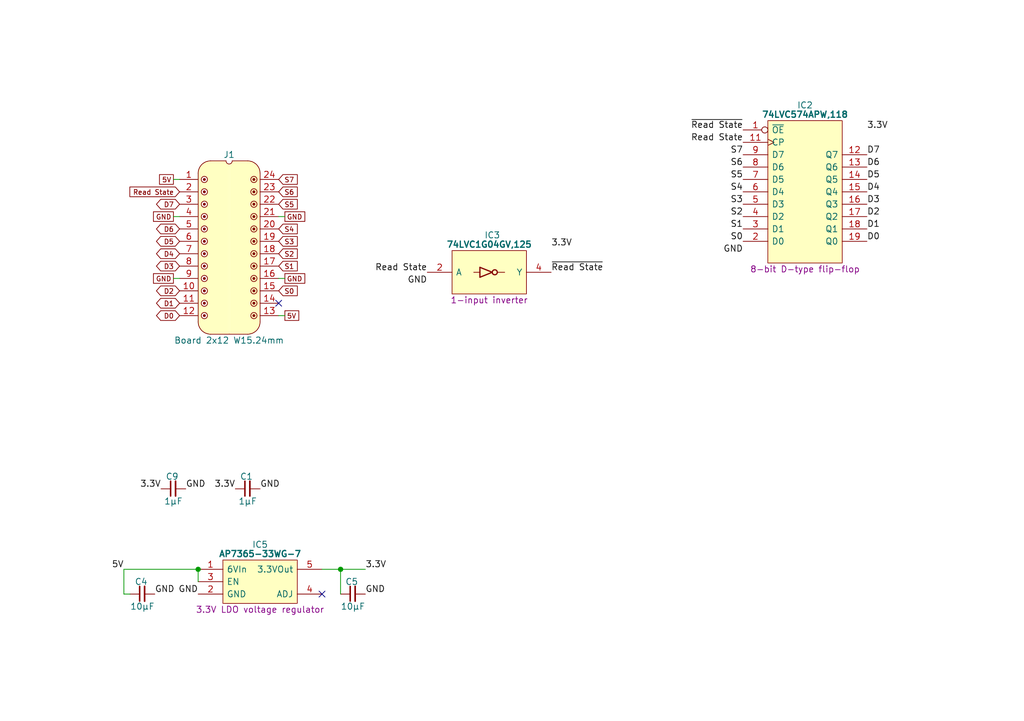
<source format=kicad_sch>
(kicad_sch
	(version 20250114)
	(generator "eeschema")
	(generator_version "9.0")
	(uuid "337b5f72-8be1-4121-9dc6-479b565482b2")
	(paper "A5")
	(title_block
		(title "State Reader 8bit")
		(date "2026-01-29")
		(rev "V0")
	)
	(lib_symbols
		(symbol "Diodes_Inc:AP7365-33WG-7"
			(pin_names
				(offset 0.762)
			)
			(exclude_from_sim no)
			(in_bom yes)
			(on_board yes)
			(property "Reference" "IC"
				(at 12.7 5.08 0)
				(effects
					(font
						(size 1.27 1.27)
					)
				)
			)
			(property "Value" "AP7365-33WG-7"
				(at 12.7 3.175 0)
				(effects
					(font
						(size 1.27 1.27)
						(bold yes)
					)
				)
			)
			(property "Footprint" "SamacSys_Parts:SOT95P285X130-5N"
				(at 21.59 -14.605 0)
				(effects
					(font
						(size 1.27 1.27)
					)
					(justify left)
					(hide yes)
				)
			)
			(property "Datasheet" "https://componentsearchengine.com/Datasheets/1/AP7365-33WG-7.pdf"
				(at 21.59 -17.145 0)
				(effects
					(font
						(size 1.27 1.27)
					)
					(justify left)
					(hide yes)
				)
			)
			(property "Description" "3.3V LDO voltage regulator"
				(at 12.7 -8.255 0)
				(effects
					(font
						(size 1.27 1.27)
					)
				)
			)
			(property "Height" "1.3"
				(at 21.59 -19.685 0)
				(effects
					(font
						(size 1.27 1.27)
					)
					(justify left)
					(hide yes)
				)
			)
			(property "Manufacturer_Name" "Diodes Inc."
				(at 21.59 -22.225 0)
				(effects
					(font
						(size 1.27 1.27)
					)
					(justify left)
					(hide yes)
				)
			)
			(property "Manufacturer_Part_Number" "AP7365-33WG-7"
				(at 21.59 -24.765 0)
				(effects
					(font
						(size 1.27 1.27)
					)
					(justify left)
					(hide yes)
				)
			)
			(property "Mouser Part Number" "621-AP7365-33WG-7"
				(at 21.59 -27.305 0)
				(effects
					(font
						(size 1.27 1.27)
					)
					(justify left)
					(hide yes)
				)
			)
			(property "Mouser Price/Stock" "https://www.mouser.co.uk/ProductDetail/Diodes-Incorporated/AP7365-33WG-7?qs=abZ1nkZpTuOZFvxvoFPL0w%3D%3D"
				(at 21.59 -29.845 0)
				(effects
					(font
						(size 1.27 1.27)
					)
					(justify left)
					(hide yes)
				)
			)
			(property "Arrow Part Number" "AP7365-33WG-7"
				(at 21.59 -32.385 0)
				(effects
					(font
						(size 1.27 1.27)
					)
					(justify left)
					(hide yes)
				)
			)
			(property "Arrow Price/Stock" "https://www.arrow.com/en/products/ap7365-33wg-7/diodes-incorporated?region=nac"
				(at 21.59 -34.925 0)
				(effects
					(font
						(size 1.27 1.27)
					)
					(justify left)
					(hide yes)
				)
			)
			(property "Silkscreen" "AP7365"
				(at 21.59 -12.065 0)
				(effects
					(font
						(size 1.27 1.27)
					)
					(justify left)
					(hide yes)
				)
			)
			(symbol "AP7365-33WG-7_0_0"
				(pin input line
					(at 0 -2.54 0)
					(length 5.08)
					(name "EN"
						(effects
							(font
								(size 1.27 1.27)
							)
						)
					)
					(number "3"
						(effects
							(font
								(size 1.27 1.27)
							)
						)
					)
				)
				(pin passive line
					(at 0 -5.08 0)
					(length 5.08)
					(name "GND"
						(effects
							(font
								(size 1.27 1.27)
							)
						)
					)
					(number "2"
						(effects
							(font
								(size 1.27 1.27)
							)
						)
					)
				)
				(pin passive line
					(at 25.4 -5.08 180)
					(length 5.08)
					(name "ADJ"
						(effects
							(font
								(size 1.27 1.27)
							)
						)
					)
					(number "4"
						(effects
							(font
								(size 1.27 1.27)
							)
						)
					)
				)
			)
			(symbol "AP7365-33WG-7_0_1"
				(polyline
					(pts
						(xy 5.08 1.905) (xy 20.32 1.905) (xy 20.32 -6.985) (xy 5.08 -6.985) (xy 5.08 1.905)
					)
					(stroke
						(width 0)
						(type default)
					)
					(fill
						(type background)
					)
				)
			)
			(symbol "AP7365-33WG-7_1_0"
				(pin passive line
					(at 0 0 0)
					(length 5.08)
					(name "6VIn"
						(effects
							(font
								(size 1.27 1.27)
							)
						)
					)
					(number "1"
						(effects
							(font
								(size 1.27 1.27)
							)
						)
					)
				)
				(pin passive line
					(at 25.4 0 180)
					(length 5.08)
					(name "3.3VOut"
						(effects
							(font
								(size 1.27 1.27)
							)
						)
					)
					(number "5"
						(effects
							(font
								(size 1.27 1.27)
							)
						)
					)
				)
			)
			(embedded_fonts no)
		)
		(symbol "HCP65:Board_02x12_W15.24mm"
			(pin_names
				(offset 1.016)
				(hide yes)
			)
			(exclude_from_sim no)
			(in_bom yes)
			(on_board yes)
			(property "Reference" "J"
				(at 0 5.08 0)
				(effects
					(font
						(size 1.27 1.27)
					)
				)
			)
			(property "Value" "Board 2x12 W15.24mm"
				(at 0 -33.02 0)
				(effects
					(font
						(size 1.27 1.27)
					)
				)
			)
			(property "Footprint" "SamacSys_Parts:DIP-24_Board_W15.24mm"
				(at 0 -35.56 0)
				(effects
					(font
						(size 1.27 1.27)
					)
					(hide yes)
				)
			)
			(property "Datasheet" ""
				(at 0 -45.72 0)
				(effects
					(font
						(size 1.27 1.27)
					)
					(hide yes)
				)
			)
			(property "Description" ""
				(at 0 -17.78 0)
				(effects
					(font
						(size 1.27 1.27)
					)
					(hide yes)
				)
			)
			(property "ki_keywords" "HCP65 Connector Board"
				(at 0 0 0)
				(effects
					(font
						(size 1.27 1.27)
					)
					(hide yes)
				)
			)
			(property "ki_fp_filters" "Connector*:*_2x??_*"
				(at 0 0 0)
				(effects
					(font
						(size 1.27 1.27)
					)
					(hide yes)
				)
			)
			(symbol "Board_02x12_W15.24mm_0_1"
				(polyline
					(pts
						(xy -6.35 1.27) (xy -6.35 -29.21)
					)
					(stroke
						(width 0)
						(type default)
					)
					(fill
						(type none)
					)
				)
				(arc
					(start -3.8102 -31.7498)
					(mid -5.6063 -31.0059)
					(end -6.3502 -29.2098)
					(stroke
						(width 0)
						(type default)
					)
					(fill
						(type none)
					)
				)
				(arc
					(start -6.35 1.27)
					(mid -5.6061 3.0661)
					(end -3.81 3.81)
					(stroke
						(width 0)
						(type default)
					)
					(fill
						(type none)
					)
				)
				(polyline
					(pts
						(xy -3.81 3.81) (xy -0.635 3.81)
					)
					(stroke
						(width 0)
						(type default)
					)
					(fill
						(type none)
					)
				)
				(arc
					(start 0.635 3.81)
					(mid 0 3.175)
					(end -0.635 3.81)
					(stroke
						(width 0)
						(type default)
					)
					(fill
						(type none)
					)
				)
				(polyline
					(pts
						(xy 0.635 3.81) (xy 3.81 3.81)
					)
					(stroke
						(width 0)
						(type default)
					)
					(fill
						(type none)
					)
				)
				(polyline
					(pts
						(xy 3.8098 -31.7498) (xy -3.81 -31.75)
					)
					(stroke
						(width 0)
						(type default)
					)
					(fill
						(type none)
					)
				)
				(arc
					(start 3.81 3.81)
					(mid 5.6061 3.0661)
					(end 6.35 1.27)
					(stroke
						(width 0)
						(type default)
					)
					(fill
						(type none)
					)
				)
				(arc
					(start 6.3498 -29.2098)
					(mid 5.6059 -31.0059)
					(end 3.8098 -31.7498)
					(stroke
						(width 0)
						(type default)
					)
					(fill
						(type none)
					)
				)
				(polyline
					(pts
						(xy 6.35 -29.21) (xy 6.35 1.27)
					)
					(stroke
						(width 0)
						(type default)
					)
					(fill
						(type none)
					)
				)
			)
			(symbol "Board_02x12_W15.24mm_1_1"
				(polyline
					(pts
						(xy -6.35 1.27) (xy -6.096 2.286) (xy -5.588 3.048) (xy -4.826 3.556) (xy -4.064 3.81) (xy -0.762 3.81)
						(xy -0.508 3.302) (xy 0 3.048) (xy 0 -31.75) (xy -3.81 -31.75) (xy -4.826 -31.496) (xy -5.588 -30.988)
						(xy -6.096 -30.226) (xy -6.35 -29.464) (xy -6.35 1.27)
					)
					(stroke
						(width -0.0001)
						(type solid)
					)
					(fill
						(type background)
					)
				)
				(circle
					(center -5.08 0)
					(radius 0.0001)
					(stroke
						(width 0.3)
						(type solid)
					)
					(fill
						(type none)
					)
				)
				(circle
					(center -5.08 0)
					(radius 0.635)
					(stroke
						(width 0)
						(type solid)
					)
					(fill
						(type color)
						(color 255 255 255 1)
					)
				)
				(circle
					(center -5.08 -2.54)
					(radius 0.0001)
					(stroke
						(width 0.3)
						(type solid)
					)
					(fill
						(type none)
					)
				)
				(circle
					(center -5.08 -2.54)
					(radius 0.635)
					(stroke
						(width 0)
						(type solid)
					)
					(fill
						(type color)
						(color 255 255 255 1)
					)
				)
				(circle
					(center -5.08 -5.08)
					(radius 0.0001)
					(stroke
						(width 0.3)
						(type solid)
					)
					(fill
						(type none)
					)
				)
				(circle
					(center -5.08 -5.08)
					(radius 0.635)
					(stroke
						(width 0)
						(type solid)
					)
					(fill
						(type color)
						(color 255 255 255 1)
					)
				)
				(circle
					(center -5.08 -7.62)
					(radius 0.0001)
					(stroke
						(width 0.3)
						(type solid)
					)
					(fill
						(type none)
					)
				)
				(circle
					(center -5.08 -7.62)
					(radius 0.635)
					(stroke
						(width 0)
						(type solid)
					)
					(fill
						(type color)
						(color 255 255 255 1)
					)
				)
				(circle
					(center -5.08 -10.16)
					(radius 0.0001)
					(stroke
						(width 0.3)
						(type solid)
					)
					(fill
						(type none)
					)
				)
				(circle
					(center -5.08 -10.16)
					(radius 0.635)
					(stroke
						(width 0)
						(type solid)
					)
					(fill
						(type color)
						(color 255 255 255 1)
					)
				)
				(circle
					(center -5.08 -12.7)
					(radius 0.0001)
					(stroke
						(width 0.3)
						(type solid)
					)
					(fill
						(type none)
					)
				)
				(circle
					(center -5.08 -12.7)
					(radius 0.635)
					(stroke
						(width 0)
						(type solid)
					)
					(fill
						(type color)
						(color 255 255 255 1)
					)
				)
				(circle
					(center -5.08 -15.24)
					(radius 0.0001)
					(stroke
						(width 0.3)
						(type solid)
					)
					(fill
						(type none)
					)
				)
				(circle
					(center -5.08 -15.24)
					(radius 0.635)
					(stroke
						(width 0)
						(type solid)
					)
					(fill
						(type color)
						(color 255 255 255 1)
					)
				)
				(circle
					(center -5.08 -17.78)
					(radius 0.0001)
					(stroke
						(width 0.3)
						(type solid)
					)
					(fill
						(type none)
					)
				)
				(circle
					(center -5.08 -17.78)
					(radius 0.635)
					(stroke
						(width 0)
						(type solid)
					)
					(fill
						(type color)
						(color 255 255 255 1)
					)
				)
				(circle
					(center -5.08 -20.32)
					(radius 0.0001)
					(stroke
						(width 0.3)
						(type solid)
					)
					(fill
						(type none)
					)
				)
				(circle
					(center -5.08 -20.32)
					(radius 0.635)
					(stroke
						(width 0)
						(type solid)
					)
					(fill
						(type color)
						(color 255 255 255 1)
					)
				)
				(circle
					(center -5.08 -22.86)
					(radius 0.0001)
					(stroke
						(width 0.3)
						(type solid)
					)
					(fill
						(type none)
					)
				)
				(circle
					(center -5.08 -22.86)
					(radius 0.635)
					(stroke
						(width 0)
						(type solid)
					)
					(fill
						(type color)
						(color 255 255 255 1)
					)
				)
				(circle
					(center -5.08 -25.4)
					(radius 0.0001)
					(stroke
						(width 0.3)
						(type solid)
					)
					(fill
						(type none)
					)
				)
				(circle
					(center -5.08 -25.4)
					(radius 0.635)
					(stroke
						(width 0)
						(type solid)
					)
					(fill
						(type color)
						(color 255 255 255 1)
					)
				)
				(circle
					(center -5.08 -27.94)
					(radius 0.0001)
					(stroke
						(width 0.3)
						(type solid)
					)
					(fill
						(type none)
					)
				)
				(circle
					(center -5.08 -27.94)
					(radius 0.635)
					(stroke
						(width 0)
						(type solid)
					)
					(fill
						(type color)
						(color 255 255 255 1)
					)
				)
				(circle
					(center 5.08 0)
					(radius 0.0001)
					(stroke
						(width 0.3)
						(type solid)
					)
					(fill
						(type none)
					)
				)
				(circle
					(center 5.08 0)
					(radius 0.635)
					(stroke
						(width 0)
						(type solid)
					)
					(fill
						(type color)
						(color 255 255 255 1)
					)
				)
				(circle
					(center 5.08 -2.54)
					(radius 0.0001)
					(stroke
						(width 0.3)
						(type solid)
					)
					(fill
						(type none)
					)
				)
				(circle
					(center 5.08 -2.54)
					(radius 0.635)
					(stroke
						(width 0)
						(type solid)
					)
					(fill
						(type color)
						(color 255 255 255 1)
					)
				)
				(circle
					(center 5.08 -5.08)
					(radius 0.0001)
					(stroke
						(width 0.3)
						(type solid)
					)
					(fill
						(type none)
					)
				)
				(circle
					(center 5.08 -5.08)
					(radius 0.635)
					(stroke
						(width 0)
						(type solid)
					)
					(fill
						(type color)
						(color 255 255 255 1)
					)
				)
				(circle
					(center 5.08 -7.62)
					(radius 0.0001)
					(stroke
						(width 0.3)
						(type solid)
					)
					(fill
						(type none)
					)
				)
				(circle
					(center 5.08 -7.62)
					(radius 0.635)
					(stroke
						(width 0)
						(type solid)
					)
					(fill
						(type color)
						(color 255 255 255 1)
					)
				)
				(circle
					(center 5.08 -10.16)
					(radius 0.0001)
					(stroke
						(width 0.3)
						(type solid)
					)
					(fill
						(type none)
					)
				)
				(circle
					(center 5.08 -10.16)
					(radius 0.635)
					(stroke
						(width 0)
						(type solid)
					)
					(fill
						(type color)
						(color 255 255 255 1)
					)
				)
				(circle
					(center 5.08 -12.7)
					(radius 0.0001)
					(stroke
						(width 0.3)
						(type solid)
					)
					(fill
						(type none)
					)
				)
				(circle
					(center 5.08 -12.7)
					(radius 0.635)
					(stroke
						(width 0)
						(type solid)
					)
					(fill
						(type color)
						(color 255 255 255 1)
					)
				)
				(circle
					(center 5.08 -15.24)
					(radius 0.0001)
					(stroke
						(width 0.3)
						(type solid)
					)
					(fill
						(type none)
					)
				)
				(circle
					(center 5.08 -15.24)
					(radius 0.635)
					(stroke
						(width 0)
						(type solid)
					)
					(fill
						(type color)
						(color 255 255 255 1)
					)
				)
				(circle
					(center 5.08 -17.78)
					(radius 0.0001)
					(stroke
						(width 0.3)
						(type solid)
					)
					(fill
						(type none)
					)
				)
				(circle
					(center 5.08 -17.78)
					(radius 0.635)
					(stroke
						(width 0)
						(type solid)
					)
					(fill
						(type color)
						(color 255 255 255 1)
					)
				)
				(circle
					(center 5.08 -20.32)
					(radius 0.0001)
					(stroke
						(width 0.3)
						(type solid)
					)
					(fill
						(type none)
					)
				)
				(circle
					(center 5.08 -20.32)
					(radius 0.635)
					(stroke
						(width 0)
						(type solid)
					)
					(fill
						(type color)
						(color 255 255 255 1)
					)
				)
				(circle
					(center 5.08 -22.86)
					(radius 0.0001)
					(stroke
						(width 0.3)
						(type solid)
					)
					(fill
						(type none)
					)
				)
				(circle
					(center 5.08 -22.86)
					(radius 0.635)
					(stroke
						(width 0)
						(type solid)
					)
					(fill
						(type color)
						(color 255 255 255 1)
					)
				)
				(circle
					(center 5.08 -25.4)
					(radius 0.0001)
					(stroke
						(width 0.3)
						(type solid)
					)
					(fill
						(type none)
					)
				)
				(circle
					(center 5.08 -25.4)
					(radius 0.635)
					(stroke
						(width 0)
						(type solid)
					)
					(fill
						(type color)
						(color 255 255 255 1)
					)
				)
				(circle
					(center 5.08 -27.94)
					(radius 0.0001)
					(stroke
						(width 0.3)
						(type solid)
					)
					(fill
						(type none)
					)
				)
				(circle
					(center 5.08 -27.94)
					(radius 0.635)
					(stroke
						(width 0)
						(type solid)
					)
					(fill
						(type color)
						(color 255 255 255 1)
					)
				)
				(polyline
					(pts
						(xy 6.35 1.27) (xy 6.096 2.286) (xy 5.588 3.048) (xy 4.826 3.556) (xy 4.064 3.81) (xy 0.762 3.81)
						(xy 0.508 3.302) (xy 0 3.048) (xy 0 -31.75) (xy 3.81 -31.75) (xy 4.826 -31.496) (xy 5.588 -30.988)
						(xy 6.096 -30.226) (xy 6.35 -29.464) (xy 6.35 1.27)
					)
					(stroke
						(width -0.0001)
						(type solid)
					)
					(fill
						(type background)
					)
				)
				(pin passive line
					(at -10.16 0 0)
					(length 3.81)
					(name ""
						(effects
							(font
								(size 1.27 1.27)
							)
						)
					)
					(number "1"
						(effects
							(font
								(size 1.27 1.27)
							)
						)
					)
				)
				(pin passive line
					(at -10.16 -2.54 0)
					(length 3.81)
					(name ""
						(effects
							(font
								(size 1.27 1.27)
							)
						)
					)
					(number "2"
						(effects
							(font
								(size 1.27 1.27)
							)
						)
					)
				)
				(pin passive line
					(at -10.16 -5.08 0)
					(length 3.81)
					(name ""
						(effects
							(font
								(size 1.27 1.27)
							)
						)
					)
					(number "3"
						(effects
							(font
								(size 1.27 1.27)
							)
						)
					)
				)
				(pin passive line
					(at -10.16 -7.62 0)
					(length 3.81)
					(name ""
						(effects
							(font
								(size 1.27 1.27)
							)
						)
					)
					(number "4"
						(effects
							(font
								(size 1.27 1.27)
							)
						)
					)
				)
				(pin passive line
					(at -10.16 -10.16 0)
					(length 3.81)
					(name ""
						(effects
							(font
								(size 1.27 1.27)
							)
						)
					)
					(number "5"
						(effects
							(font
								(size 1.27 1.27)
							)
						)
					)
				)
				(pin passive line
					(at -10.16 -12.7 0)
					(length 3.81)
					(name ""
						(effects
							(font
								(size 1.27 1.27)
							)
						)
					)
					(number "6"
						(effects
							(font
								(size 1.27 1.27)
							)
						)
					)
				)
				(pin passive line
					(at -10.16 -15.24 0)
					(length 3.81)
					(name ""
						(effects
							(font
								(size 1.27 1.27)
							)
						)
					)
					(number "7"
						(effects
							(font
								(size 1.27 1.27)
							)
						)
					)
				)
				(pin passive line
					(at -10.16 -17.78 0)
					(length 3.81)
					(name ""
						(effects
							(font
								(size 1.27 1.27)
							)
						)
					)
					(number "8"
						(effects
							(font
								(size 1.27 1.27)
							)
						)
					)
				)
				(pin passive line
					(at -10.16 -20.32 0)
					(length 3.81)
					(name ""
						(effects
							(font
								(size 1.27 1.27)
							)
						)
					)
					(number "9"
						(effects
							(font
								(size 1.27 1.27)
							)
						)
					)
				)
				(pin passive line
					(at -10.16 -22.86 0)
					(length 3.81)
					(name ""
						(effects
							(font
								(size 1.27 1.27)
							)
						)
					)
					(number "10"
						(effects
							(font
								(size 1.27 1.27)
							)
						)
					)
				)
				(pin passive line
					(at -10.16 -25.4 0)
					(length 3.81)
					(name ""
						(effects
							(font
								(size 1.27 1.27)
							)
						)
					)
					(number "11"
						(effects
							(font
								(size 1.27 1.27)
							)
						)
					)
				)
				(pin passive line
					(at -10.16 -27.94 0)
					(length 3.81)
					(name ""
						(effects
							(font
								(size 1.27 1.27)
							)
						)
					)
					(number "12"
						(effects
							(font
								(size 1.27 1.27)
							)
						)
					)
				)
				(pin passive line
					(at 10.16 0 180)
					(length 3.81)
					(name ""
						(effects
							(font
								(size 1.27 1.27)
							)
						)
					)
					(number "24"
						(effects
							(font
								(size 1.27 1.27)
							)
						)
					)
				)
				(pin passive line
					(at 10.16 -2.54 180)
					(length 3.81)
					(name ""
						(effects
							(font
								(size 1.27 1.27)
							)
						)
					)
					(number "23"
						(effects
							(font
								(size 1.27 1.27)
							)
						)
					)
				)
				(pin passive line
					(at 10.16 -5.08 180)
					(length 3.81)
					(name ""
						(effects
							(font
								(size 1.27 1.27)
							)
						)
					)
					(number "22"
						(effects
							(font
								(size 1.27 1.27)
							)
						)
					)
				)
				(pin passive line
					(at 10.16 -7.62 180)
					(length 3.81)
					(name ""
						(effects
							(font
								(size 1.27 1.27)
							)
						)
					)
					(number "21"
						(effects
							(font
								(size 1.27 1.27)
							)
						)
					)
				)
				(pin passive line
					(at 10.16 -10.16 180)
					(length 3.81)
					(name ""
						(effects
							(font
								(size 1.27 1.27)
							)
						)
					)
					(number "20"
						(effects
							(font
								(size 1.27 1.27)
							)
						)
					)
				)
				(pin passive line
					(at 10.16 -12.7 180)
					(length 3.81)
					(name ""
						(effects
							(font
								(size 1.27 1.27)
							)
						)
					)
					(number "19"
						(effects
							(font
								(size 1.27 1.27)
							)
						)
					)
				)
				(pin passive line
					(at 10.16 -15.24 180)
					(length 3.81)
					(name ""
						(effects
							(font
								(size 1.27 1.27)
							)
						)
					)
					(number "18"
						(effects
							(font
								(size 1.27 1.27)
							)
						)
					)
				)
				(pin passive line
					(at 10.16 -17.78 180)
					(length 3.81)
					(name ""
						(effects
							(font
								(size 1.27 1.27)
							)
						)
					)
					(number "17"
						(effects
							(font
								(size 1.27 1.27)
							)
						)
					)
				)
				(pin passive line
					(at 10.16 -20.32 180)
					(length 3.81)
					(name ""
						(effects
							(font
								(size 1.27 1.27)
							)
						)
					)
					(number "16"
						(effects
							(font
								(size 1.27 1.27)
							)
						)
					)
				)
				(pin passive line
					(at 10.16 -22.86 180)
					(length 3.81)
					(name ""
						(effects
							(font
								(size 1.27 1.27)
							)
						)
					)
					(number "15"
						(effects
							(font
								(size 1.27 1.27)
							)
						)
					)
				)
				(pin passive line
					(at 10.16 -25.4 180)
					(length 3.81)
					(name ""
						(effects
							(font
								(size 1.27 1.27)
							)
						)
					)
					(number "14"
						(effects
							(font
								(size 1.27 1.27)
							)
						)
					)
				)
				(pin passive line
					(at 10.16 -27.94 180)
					(length 3.81)
					(name ""
						(effects
							(font
								(size 1.27 1.27)
							)
						)
					)
					(number "13"
						(effects
							(font
								(size 1.27 1.27)
							)
						)
					)
				)
			)
			(embedded_fonts no)
		)
		(symbol "HCP65:C_0805"
			(pin_numbers
				(hide yes)
			)
			(pin_names
				(offset 0.254)
				(hide yes)
			)
			(exclude_from_sim no)
			(in_bom yes)
			(on_board yes)
			(property "Reference" "C"
				(at 2.286 2.54 0)
				(effects
					(font
						(size 1.27 1.27)
					)
				)
			)
			(property "Value" "?μF"
				(at 2.54 -2.54 0)
				(effects
					(font
						(size 1.27 1.27)
					)
				)
			)
			(property "Footprint" "SamacSys_Parts:C_0805"
				(at 16.764 -7.62 0)
				(effects
					(font
						(size 1.27 1.27)
					)
					(hide yes)
				)
			)
			(property "Datasheet" ""
				(at 2.2225 0.3175 90)
				(effects
					(font
						(size 1.27 1.27)
					)
					(hide yes)
				)
			)
			(property "Description" ""
				(at 0 0 0)
				(effects
					(font
						(size 1.27 1.27)
					)
					(hide yes)
				)
			)
			(property "ki_keywords" "capacitor cap"
				(at 0 0 0)
				(effects
					(font
						(size 1.27 1.27)
					)
					(hide yes)
				)
			)
			(property "ki_fp_filters" "C_*"
				(at 0 0 0)
				(effects
					(font
						(size 1.27 1.27)
					)
					(hide yes)
				)
			)
			(symbol "C_0805_0_1"
				(polyline
					(pts
						(xy 1.9685 -1.4605) (xy 1.9685 1.5875)
					)
					(stroke
						(width 0.3048)
						(type default)
					)
					(fill
						(type none)
					)
				)
				(polyline
					(pts
						(xy 2.9845 -1.4605) (xy 2.9845 1.5875)
					)
					(stroke
						(width 0.3302)
						(type default)
					)
					(fill
						(type none)
					)
				)
			)
			(symbol "C_0805_1_1"
				(pin passive line
					(at 0 0 0)
					(length 2.032)
					(name "~"
						(effects
							(font
								(size 1.27 1.27)
							)
						)
					)
					(number "1"
						(effects
							(font
								(size 1.27 1.27)
							)
						)
					)
				)
				(pin passive line
					(at 5.08 0 180)
					(length 2.032)
					(name "~"
						(effects
							(font
								(size 1.27 1.27)
							)
						)
					)
					(number "2"
						(effects
							(font
								(size 1.27 1.27)
							)
						)
					)
				)
			)
			(embedded_fonts no)
		)
		(symbol "Nexperia:74LVC1G04GV,125"
			(pin_names
				(offset 0.762)
			)
			(exclude_from_sim no)
			(in_bom yes)
			(on_board yes)
			(property "Reference" "IC"
				(at 13.335 5.08 0)
				(effects
					(font
						(size 1.27 1.27)
					)
				)
			)
			(property "Value" "74LVC1G04GV,125"
				(at 12.7 3.175 0)
				(effects
					(font
						(size 1.27 1.27)
						(bold yes)
					)
				)
			)
			(property "Footprint" "SamacSys_Parts:SOT95P275X110-5N"
				(at 26.035 -22.86 0)
				(effects
					(font
						(size 1.27 1.27)
					)
					(justify left)
					(hide yes)
				)
			)
			(property "Datasheet" "https://assets.nexperia.com/documents/data-sheet/74LVC1G04.pdf"
				(at 26.035 -25.4 0)
				(effects
					(font
						(size 1.27 1.27)
					)
					(justify left)
					(hide yes)
				)
			)
			(property "Description" "1-input inverter"
				(at 12.7 -8.255 0)
				(effects
					(font
						(size 1.27 1.27)
					)
				)
			)
			(property "Height" "1.1"
				(at 26.035 -30.48 0)
				(effects
					(font
						(size 1.27 1.27)
					)
					(justify left)
					(hide yes)
				)
			)
			(property "Manufacturer_Name" "Nexperia"
				(at 26.035 -33.02 0)
				(effects
					(font
						(size 1.27 1.27)
					)
					(justify left)
					(hide yes)
				)
			)
			(property "Manufacturer_Part_Number" "74LVC1G04GV,125"
				(at 26.035 -35.56 0)
				(effects
					(font
						(size 1.27 1.27)
					)
					(justify left)
					(hide yes)
				)
			)
			(property "Mouser Part Number" "771-74LVC1G04GV"
				(at 26.035 -38.1 0)
				(effects
					(font
						(size 1.27 1.27)
					)
					(justify left)
					(hide yes)
				)
			)
			(property "Mouser Price/Stock" "https://www.mouser.co.uk/ProductDetail/Nexperia/74LVC1G04GV125?qs=me8TqzrmIYW6McwMAxl%2F9w%3D%3D"
				(at 26.035 -40.64 0)
				(effects
					(font
						(size 1.27 1.27)
					)
					(justify left)
					(hide yes)
				)
			)
			(property "Silkscreen" "'1G04"
				(at 13.335 -10.795 0)
				(effects
					(font
						(size 1.27 1.27)
					)
					(hide yes)
				)
			)
			(symbol "74LVC1G04GV,125_0_0"
				(pin input line
					(at 0 -2.54 0)
					(length 5.08)
					(name "A"
						(effects
							(font
								(size 1.27 1.27)
							)
						)
					)
					(number "2"
						(effects
							(font
								(size 1.27 1.27)
							)
						)
					)
				)
				(pin passive line
					(at 0 -5.08 0)
					(length 5.08)
					(hide yes)
					(name "GND"
						(effects
							(font
								(size 1.27 1.27)
							)
						)
					)
					(number "3"
						(effects
							(font
								(size 1.27 1.27)
							)
						)
					)
				)
				(pin passive line
					(at 25.4 0 180)
					(length 5.08)
					(hide yes)
					(name "3V"
						(effects
							(font
								(size 1.27 1.27)
							)
						)
					)
					(number "5"
						(effects
							(font
								(size 1.27 1.27)
							)
						)
					)
				)
				(pin output line
					(at 25.4 -2.54 180)
					(length 5.08)
					(name "Y"
						(effects
							(font
								(size 1.27 1.27)
							)
						)
					)
					(number "4"
						(effects
							(font
								(size 1.27 1.27)
							)
						)
					)
				)
			)
			(symbol "74LVC1G04GV,125_0_1"
				(polyline
					(pts
						(xy 5.08 1.905) (xy 20.32 1.905) (xy 20.32 -6.985) (xy 5.08 -6.985) (xy 5.08 1.905)
					)
					(stroke
						(width 0.1524)
						(type default)
					)
					(fill
						(type background)
					)
				)
				(polyline
					(pts
						(xy 9.525 -2.54) (xy 10.7949 -2.54)
					)
					(stroke
						(width 0)
						(type default)
					)
					(fill
						(type none)
					)
				)
				(rectangle
					(start 10.795 -1.524)
					(end 10.795 -3.556)
					(stroke
						(width 0.254)
						(type default)
					)
					(fill
						(type background)
					)
				)
				(polyline
					(pts
						(xy 10.795 -3.556) (xy 13.335 -2.54) (xy 10.795 -1.524)
					)
					(stroke
						(width 0.254)
						(type default)
					)
					(fill
						(type none)
					)
				)
				(circle
					(center 13.843 -2.54)
					(radius 0.508)
					(stroke
						(width 0.254)
						(type default)
					)
					(fill
						(type none)
					)
				)
				(polyline
					(pts
						(xy 14.351 -2.54) (xy 15.875 -2.54)
					)
					(stroke
						(width 0)
						(type default)
					)
					(fill
						(type none)
					)
				)
			)
			(symbol "74LVC1G04GV,125_1_0"
				(pin no_connect line
					(at 25.4 -5.08 180)
					(length 5.08)
					(hide yes)
					(name "N.C."
						(effects
							(font
								(size 1.27 1.27)
							)
						)
					)
					(number "1"
						(effects
							(font
								(size 1.27 1.27)
							)
						)
					)
				)
			)
			(embedded_fonts no)
		)
		(symbol "Nexperia:74LVC574APW,118"
			(pin_names
				(offset 0.762)
			)
			(exclude_from_sim no)
			(in_bom yes)
			(on_board yes)
			(property "Reference" "IC"
				(at 12.7 5.08 0)
				(effects
					(font
						(size 1.27 1.27)
					)
				)
			)
			(property "Value" "74LVC574APW,118"
				(at 12.7 3.175 0)
				(effects
					(font
						(size 1.27 1.27)
						(bold yes)
					)
				)
			)
			(property "Footprint" "SamacSys_Parts:SOP65P640X110-20N"
				(at 26.67 -30.48 0)
				(effects
					(font
						(size 1.27 1.27)
					)
					(justify left)
					(hide yes)
				)
			)
			(property "Datasheet" "https://assets.nexperia.com/documents/data-sheet/74LVC574A.pdf"
				(at 26.67 -33.02 0)
				(effects
					(font
						(size 1.27 1.27)
					)
					(justify left)
					(hide yes)
				)
			)
			(property "Description" "8-bit D-type flip-flop"
				(at 12.7 -28.575 0)
				(effects
					(font
						(size 1.27 1.27)
					)
				)
			)
			(property "Height" "1.1"
				(at 26.67 -38.1 0)
				(effects
					(font
						(size 1.27 1.27)
					)
					(justify left)
					(hide yes)
				)
			)
			(property "Manufacturer_Name" "Nexperia"
				(at 26.67 -40.64 0)
				(effects
					(font
						(size 1.27 1.27)
					)
					(justify left)
					(hide yes)
				)
			)
			(property "Manufacturer_Part_Number" "74LVC574APW,118"
				(at 26.67 -43.18 0)
				(effects
					(font
						(size 1.27 1.27)
					)
					(justify left)
					(hide yes)
				)
			)
			(property "Mouser Part Number" "771-74LVC574APW-T"
				(at 26.67 -45.72 0)
				(effects
					(font
						(size 1.27 1.27)
					)
					(justify left)
					(hide yes)
				)
			)
			(property "Mouser Price/Stock" "https://www.mouser.co.uk/ProductDetail/Nexperia/74LVC574APW118?qs=me8TqzrmIYXFXrN3QSTUuw%3D%3D"
				(at 26.67 -48.26 0)
				(effects
					(font
						(size 1.27 1.27)
					)
					(justify left)
					(hide yes)
				)
			)
			(property "Silkscreen" "74LVC574"
				(at 12.7 -31.115 0)
				(effects
					(font
						(size 1.27 1.27)
					)
					(hide yes)
				)
			)
			(property "Garbage" "74LVC574A - Octal D-type flip-flop with 5 V tolerant inputs/outputs; positive edge-trigger (3-state)@en-us"
				(at 0 0 0)
				(effects
					(font
						(size 1.27 1.27)
					)
					(hide yes)
				)
			)
			(symbol "74LVC574APW,118_0_0"
				(pin input inverted
					(at 0 0 0)
					(length 5.08)
					(name "~{OE}"
						(effects
							(font
								(size 1.27 1.27)
							)
						)
					)
					(number "1"
						(effects
							(font
								(size 1.27 1.27)
							)
						)
					)
				)
				(pin input clock
					(at 0 -2.54 0)
					(length 5.08)
					(name "CP"
						(effects
							(font
								(size 1.27 1.27)
							)
						)
					)
					(number "11"
						(effects
							(font
								(size 1.27 1.27)
							)
						)
					)
				)
				(pin input line
					(at 0 -5.08 0)
					(length 5.08)
					(name "D7"
						(effects
							(font
								(size 1.27 1.27)
							)
						)
					)
					(number "9"
						(effects
							(font
								(size 1.27 1.27)
							)
						)
					)
				)
				(pin input line
					(at 0 -7.62 0)
					(length 5.08)
					(name "D6"
						(effects
							(font
								(size 1.27 1.27)
							)
						)
					)
					(number "8"
						(effects
							(font
								(size 1.27 1.27)
							)
						)
					)
				)
				(pin input line
					(at 0 -10.16 0)
					(length 5.08)
					(name "D5"
						(effects
							(font
								(size 1.27 1.27)
							)
						)
					)
					(number "7"
						(effects
							(font
								(size 1.27 1.27)
							)
						)
					)
				)
				(pin input line
					(at 0 -12.7 0)
					(length 5.08)
					(name "D4"
						(effects
							(font
								(size 1.27 1.27)
							)
						)
					)
					(number "6"
						(effects
							(font
								(size 1.27 1.27)
							)
						)
					)
				)
				(pin input line
					(at 0 -15.24 0)
					(length 5.08)
					(name "D3"
						(effects
							(font
								(size 1.27 1.27)
							)
						)
					)
					(number "5"
						(effects
							(font
								(size 1.27 1.27)
							)
						)
					)
				)
				(pin input line
					(at 0 -17.78 0)
					(length 5.08)
					(name "D2"
						(effects
							(font
								(size 1.27 1.27)
							)
						)
					)
					(number "4"
						(effects
							(font
								(size 1.27 1.27)
							)
						)
					)
				)
				(pin input line
					(at 0 -20.32 0)
					(length 5.08)
					(name "D1"
						(effects
							(font
								(size 1.27 1.27)
							)
						)
					)
					(number "3"
						(effects
							(font
								(size 1.27 1.27)
							)
						)
					)
				)
				(pin input line
					(at 0 -22.86 0)
					(length 5.08)
					(name "D0"
						(effects
							(font
								(size 1.27 1.27)
							)
						)
					)
					(number "2"
						(effects
							(font
								(size 1.27 1.27)
							)
						)
					)
				)
				(pin passive line
					(at 0 -25.4 0)
					(length 5.08)
					(hide yes)
					(name "GND"
						(effects
							(font
								(size 1.27 1.27)
							)
						)
					)
					(number "10"
						(effects
							(font
								(size 1.27 1.27)
							)
						)
					)
				)
				(pin passive line
					(at 25.4 0 180)
					(length 5.08)
					(hide yes)
					(name "3V"
						(effects
							(font
								(size 1.27 1.27)
							)
						)
					)
					(number "20"
						(effects
							(font
								(size 1.27 1.27)
							)
						)
					)
				)
				(pin tri_state line
					(at 25.4 -7.62 180)
					(length 5.08)
					(name "Q6"
						(effects
							(font
								(size 1.27 1.27)
							)
						)
					)
					(number "13"
						(effects
							(font
								(size 1.27 1.27)
							)
						)
					)
				)
				(pin tri_state line
					(at 25.4 -10.16 180)
					(length 5.08)
					(name "Q5"
						(effects
							(font
								(size 1.27 1.27)
							)
						)
					)
					(number "14"
						(effects
							(font
								(size 1.27 1.27)
							)
						)
					)
				)
				(pin tri_state line
					(at 25.4 -12.7 180)
					(length 5.08)
					(name "Q4"
						(effects
							(font
								(size 1.27 1.27)
							)
						)
					)
					(number "15"
						(effects
							(font
								(size 1.27 1.27)
							)
						)
					)
				)
				(pin tri_state line
					(at 25.4 -15.24 180)
					(length 5.08)
					(name "Q3"
						(effects
							(font
								(size 1.27 1.27)
							)
						)
					)
					(number "16"
						(effects
							(font
								(size 1.27 1.27)
							)
						)
					)
				)
				(pin tri_state line
					(at 25.4 -17.78 180)
					(length 5.08)
					(name "Q2"
						(effects
							(font
								(size 1.27 1.27)
							)
						)
					)
					(number "17"
						(effects
							(font
								(size 1.27 1.27)
							)
						)
					)
				)
				(pin tri_state line
					(at 25.4 -20.32 180)
					(length 5.08)
					(name "Q1"
						(effects
							(font
								(size 1.27 1.27)
							)
						)
					)
					(number "18"
						(effects
							(font
								(size 1.27 1.27)
							)
						)
					)
				)
				(pin tri_state line
					(at 25.4 -22.86 180)
					(length 5.08)
					(name "Q0"
						(effects
							(font
								(size 1.27 1.27)
							)
						)
					)
					(number "19"
						(effects
							(font
								(size 1.27 1.27)
							)
						)
					)
				)
			)
			(symbol "74LVC574APW,118_0_1"
				(polyline
					(pts
						(xy 5.08 1.905) (xy 20.32 1.905) (xy 20.32 -27.305) (xy 5.08 -27.305) (xy 5.08 1.905)
					)
					(stroke
						(width 0.1524)
						(type default)
					)
					(fill
						(type background)
					)
				)
			)
			(symbol "74LVC574APW,118_1_0"
				(pin tri_state line
					(at 25.4 -5.08 180)
					(length 5.08)
					(name "Q7"
						(effects
							(font
								(size 1.27 1.27)
							)
						)
					)
					(number "12"
						(effects
							(font
								(size 1.27 1.27)
							)
						)
					)
				)
			)
			(embedded_fonts no)
		)
	)
	(junction
		(at 40.64 116.84)
		(diameter 0)
		(color 0 0 0 0)
		(uuid "413af9fc-5730-4581-bcd6-4066802553e7")
	)
	(junction
		(at 69.85 116.84)
		(diameter 0)
		(color 0 0 0 0)
		(uuid "b483095b-b3f1-413b-bfdc-dd45b3a6b7a0")
	)
	(no_connect
		(at 66.04 121.92)
		(uuid "2acb9f61-7e35-41b1-ad56-ec6ab018021d")
	)
	(no_connect
		(at 57.15 62.23)
		(uuid "994ae501-fca3-4148-be6e-9125b45b6e17")
	)
	(wire
		(pts
			(xy 35.56 44.45) (xy 36.83 44.45)
		)
		(stroke
			(width 0)
			(type default)
		)
		(uuid "0068ce14-87c4-4aac-aa25-c39fdca6786a")
	)
	(wire
		(pts
			(xy 69.85 121.92) (xy 69.85 116.84)
		)
		(stroke
			(width 0)
			(type default)
		)
		(uuid "26219dd1-99de-4424-b167-2c7dcb1ebc12")
	)
	(wire
		(pts
			(xy 58.42 64.77) (xy 57.15 64.77)
		)
		(stroke
			(width 0)
			(type default)
		)
		(uuid "35960830-bc45-4534-84a0-cd7ad0d978ee")
	)
	(wire
		(pts
			(xy 25.4 116.84) (xy 40.64 116.84)
		)
		(stroke
			(width 0)
			(type default)
		)
		(uuid "4ebb928e-f2be-4f76-aabe-4749c3ffc63f")
	)
	(wire
		(pts
			(xy 40.64 116.84) (xy 40.64 119.38)
		)
		(stroke
			(width 0)
			(type default)
		)
		(uuid "6bcd95ff-6a51-4ead-aa6a-628fdc2cc852")
	)
	(wire
		(pts
			(xy 35.56 36.83) (xy 36.83 36.83)
		)
		(stroke
			(width 0)
			(type default)
		)
		(uuid "8a9cc038-0f4d-4cbd-8345-5571a2b496aa")
	)
	(wire
		(pts
			(xy 58.42 57.15) (xy 57.15 57.15)
		)
		(stroke
			(width 0)
			(type default)
		)
		(uuid "8b2aabf6-3e26-4072-b884-7539c556bc8b")
	)
	(wire
		(pts
			(xy 66.04 116.84) (xy 69.85 116.84)
		)
		(stroke
			(width 0)
			(type default)
		)
		(uuid "a70da8ac-e087-4b2c-bb48-900e71135de0")
	)
	(wire
		(pts
			(xy 25.4 116.84) (xy 25.4 121.92)
		)
		(stroke
			(width 0)
			(type default)
		)
		(uuid "c80f7ae1-0cda-4c1a-bbb5-9092aef6711c")
	)
	(wire
		(pts
			(xy 25.4 121.92) (xy 26.67 121.92)
		)
		(stroke
			(width 0)
			(type default)
		)
		(uuid "ec59795c-0268-4c6a-8915-70f48d7fb95b")
	)
	(wire
		(pts
			(xy 35.56 57.15) (xy 36.83 57.15)
		)
		(stroke
			(width 0)
			(type default)
		)
		(uuid "ee0dcf6b-3c39-4441-90a3-71757e9cb1a3")
	)
	(wire
		(pts
			(xy 58.42 44.45) (xy 57.15 44.45)
		)
		(stroke
			(width 0)
			(type default)
		)
		(uuid "f260dfd6-0955-4fac-a056-b84443540801")
	)
	(wire
		(pts
			(xy 69.85 116.84) (xy 74.93 116.84)
		)
		(stroke
			(width 0)
			(type default)
		)
		(uuid "f5a44683-1946-4e2a-9349-8f328e411edc")
	)
	(label "3.3V"
		(at 48.26 100.33 180)
		(effects
			(font
				(size 1.27 1.27)
			)
			(justify right bottom)
		)
		(uuid "01216ee5-3383-4a41-a662-a25e631d7e3c")
	)
	(label "D2"
		(at 177.8 44.45 0)
		(effects
			(font
				(size 1.27 1.27)
			)
			(justify left bottom)
		)
		(uuid "01e8f57c-3899-4d7a-b7dd-2e00cfd3710b")
	)
	(label "Read State"
		(at 87.63 55.88 180)
		(effects
			(font
				(size 1.27 1.27)
			)
			(justify right bottom)
		)
		(uuid "04c6816e-7dff-4cf3-95ec-40f28085d4dd")
	)
	(label "S1"
		(at 152.4 46.99 180)
		(effects
			(font
				(size 1.27 1.27)
			)
			(justify right bottom)
		)
		(uuid "0583a220-3123-4bb4-8439-339b5534b5d1")
	)
	(label "GND"
		(at 152.4 52.07 180)
		(effects
			(font
				(size 1.27 1.27)
			)
			(justify right bottom)
		)
		(uuid "0ada73b2-acca-4b66-b592-c27f770d078e")
	)
	(label "~{Read State}"
		(at 152.4 26.67 180)
		(effects
			(font
				(size 1.27 1.27)
			)
			(justify right bottom)
		)
		(uuid "2700a584-7cde-44b3-aea4-c30fa931c0bc")
	)
	(label "GND"
		(at 74.93 121.92 0)
		(effects
			(font
				(size 1.27 1.27)
			)
			(justify left bottom)
		)
		(uuid "2703f9d4-cbda-4d41-b75d-1696dd2e6090")
	)
	(label "S3"
		(at 152.4 41.91 180)
		(effects
			(font
				(size 1.27 1.27)
			)
			(justify right bottom)
		)
		(uuid "276d5582-f50f-4d11-8b96-3b638868247d")
	)
	(label "GND"
		(at 87.63 58.42 180)
		(effects
			(font
				(size 1.27 1.27)
			)
			(justify right bottom)
		)
		(uuid "280cb0a8-1396-4ff3-8e14-2bcf14a802ba")
	)
	(label "3.3V"
		(at 177.8 26.67 0)
		(effects
			(font
				(size 1.27 1.27)
			)
			(justify left bottom)
		)
		(uuid "2d723f77-c8d1-4472-a262-9f611c6470cf")
	)
	(label "3.3V"
		(at 113.03 50.8 0)
		(effects
			(font
				(size 1.27 1.27)
			)
			(justify left bottom)
		)
		(uuid "326bfee6-8eb3-472a-bd9e-90fa3fb8bdcb")
	)
	(label "S4"
		(at 152.4 39.37 180)
		(effects
			(font
				(size 1.27 1.27)
			)
			(justify right bottom)
		)
		(uuid "339100a5-cf80-484c-a954-ac261bab5b6b")
	)
	(label "D7"
		(at 177.8 31.75 0)
		(effects
			(font
				(size 1.27 1.27)
			)
			(justify left bottom)
		)
		(uuid "37057811-106a-41cd-a831-589a79544c99")
	)
	(label "S6"
		(at 152.4 34.29 180)
		(effects
			(font
				(size 1.27 1.27)
			)
			(justify right bottom)
		)
		(uuid "39faef2f-473b-4c93-bc73-1ea65160df36")
	)
	(label "GND"
		(at 31.75 121.92 0)
		(effects
			(font
				(size 1.27 1.27)
			)
			(justify left bottom)
		)
		(uuid "47a447a5-df4b-4ed7-a925-ccbc4a7d8442")
	)
	(label "5V"
		(at 25.4 116.84 180)
		(effects
			(font
				(size 1.27 1.27)
			)
			(justify right bottom)
		)
		(uuid "47d2502c-5742-4892-a601-e4d8b2225d2f")
	)
	(label "D1"
		(at 177.8 46.99 0)
		(effects
			(font
				(size 1.27 1.27)
			)
			(justify left bottom)
		)
		(uuid "4bae91fd-5431-4156-bf76-dabf8bf5673d")
	)
	(label "D0"
		(at 177.8 49.53 0)
		(effects
			(font
				(size 1.27 1.27)
			)
			(justify left bottom)
		)
		(uuid "55e93df9-4836-4e56-bff5-bb4d35ebb84a")
	)
	(label "S5"
		(at 152.4 36.83 180)
		(effects
			(font
				(size 1.27 1.27)
			)
			(justify right bottom)
		)
		(uuid "5c80d488-d407-4186-8865-1be0fea3a325")
	)
	(label "D3"
		(at 177.8 41.91 0)
		(effects
			(font
				(size 1.27 1.27)
			)
			(justify left bottom)
		)
		(uuid "5ce5bd03-e393-4733-8cfe-9e1c276b3175")
	)
	(label "GND"
		(at 40.64 121.92 180)
		(effects
			(font
				(size 1.27 1.27)
			)
			(justify right bottom)
		)
		(uuid "60f2ef0b-8946-432b-ba1c-d834ef88b410")
	)
	(label "GND"
		(at 38.1 100.33 0)
		(effects
			(font
				(size 1.27 1.27)
			)
			(justify left bottom)
		)
		(uuid "939f64e0-478f-413b-8a33-158ae1a0c7a3")
	)
	(label "D4"
		(at 177.8 39.37 0)
		(effects
			(font
				(size 1.27 1.27)
			)
			(justify left bottom)
		)
		(uuid "aeff3430-bbb7-45da-ac27-ecfacd1808e0")
	)
	(label "3.3V"
		(at 74.93 116.84 0)
		(effects
			(font
				(size 1.27 1.27)
			)
			(justify left bottom)
		)
		(uuid "b39af118-c84e-4c7c-86e2-a785c4040d1a")
	)
	(label "S2"
		(at 152.4 44.45 180)
		(effects
			(font
				(size 1.27 1.27)
			)
			(justify right bottom)
		)
		(uuid "bb973000-cddf-4166-bb8d-16e36920cee3")
	)
	(label "D5"
		(at 177.8 36.83 0)
		(effects
			(font
				(size 1.27 1.27)
			)
			(justify left bottom)
		)
		(uuid "bf230510-e14b-492c-946d-fe87e60e51eb")
	)
	(label "S7"
		(at 152.4 31.75 180)
		(effects
			(font
				(size 1.27 1.27)
			)
			(justify right bottom)
		)
		(uuid "cc3e3492-8243-4a2d-b012-45a8daf7d02a")
	)
	(label "D6"
		(at 177.8 34.29 0)
		(effects
			(font
				(size 1.27 1.27)
			)
			(justify left bottom)
		)
		(uuid "daea3b1b-46de-4e2d-81e5-66cd091b070c")
	)
	(label "~{Read State}"
		(at 113.03 55.88 0)
		(effects
			(font
				(size 1.27 1.27)
			)
			(justify left bottom)
		)
		(uuid "dc00dead-e68f-4ab9-9b48-228b6294d710")
	)
	(label "GND"
		(at 53.34 100.33 0)
		(effects
			(font
				(size 1.27 1.27)
			)
			(justify left bottom)
		)
		(uuid "e6944ecf-32d8-46c0-8eee-a626f1de3758")
	)
	(label "3.3V"
		(at 33.02 100.33 180)
		(effects
			(font
				(size 1.27 1.27)
			)
			(justify right bottom)
		)
		(uuid "ea6c5aa5-713d-4e75-98b7-b5860f974017")
	)
	(label "S0"
		(at 152.4 49.53 180)
		(effects
			(font
				(size 1.27 1.27)
			)
			(justify right bottom)
		)
		(uuid "ebdb45d6-b9f7-4720-8b97-9f7e115a05ea")
	)
	(label "Read State"
		(at 152.4 29.21 180)
		(effects
			(font
				(size 1.27 1.27)
			)
			(justify right bottom)
		)
		(uuid "f27f20d1-2323-4512-801e-318012a5f960")
	)
	(global_label "GND"
		(shape passive)
		(at 35.56 57.15 180)
		(fields_autoplaced yes)
		(effects
			(font
				(size 1 1)
			)
			(justify right)
		)
		(uuid "1ac34793-52f0-4ed5-98aa-20f53aa7fa2a")
		(property "Intersheetrefs" "${INTERSHEET_REFS}"
			(at 29.8156 57.15 0)
			(effects
				(font
					(size 1.27 1.27)
				)
				(justify right)
				(hide yes)
			)
		)
	)
	(global_label "D5"
		(shape tri_state)
		(at 36.83 49.53 180)
		(fields_autoplaced yes)
		(effects
			(font
				(size 1 1)
			)
			(justify right)
		)
		(uuid "22afafae-eb2d-420d-8856-538d1b8cdf27")
		(property "Intersheetrefs" "${INTERSHEET_REFS}"
			(at 30.254 49.53 0)
			(effects
				(font
					(size 1.27 1.27)
				)
				(justify right)
				(hide yes)
			)
		)
	)
	(global_label "GND"
		(shape passive)
		(at 58.42 44.45 0)
		(fields_autoplaced yes)
		(effects
			(font
				(size 1 1)
			)
			(justify left)
		)
		(uuid "25088885-b842-4f55-a3de-317d0966129d")
		(property "Intersheetrefs" "${INTERSHEET_REFS}"
			(at 64.1644 44.45 0)
			(effects
				(font
					(size 1.27 1.27)
				)
				(justify left)
				(hide yes)
			)
		)
	)
	(global_label "S1"
		(shape input)
		(at 57.15 54.61 0)
		(fields_autoplaced yes)
		(effects
			(font
				(size 1 1)
			)
			(justify left)
		)
		(uuid "3003955f-d16e-4d61-830e-4b95fd5bef53")
		(property "Intersheetrefs" "${INTERSHEET_REFS}"
			(at 62.5542 54.61 0)
			(effects
				(font
					(size 1.27 1.27)
				)
				(justify left)
				(hide yes)
			)
		)
	)
	(global_label "D2"
		(shape tri_state)
		(at 36.83 59.69 180)
		(fields_autoplaced yes)
		(effects
			(font
				(size 1 1)
			)
			(justify right)
		)
		(uuid "327b3f2b-d1a8-4881-aa82-ca7b1dd21405")
		(property "Intersheetrefs" "${INTERSHEET_REFS}"
			(at 30.254 59.69 0)
			(effects
				(font
					(size 1.27 1.27)
				)
				(justify right)
				(hide yes)
			)
		)
	)
	(global_label "S2"
		(shape input)
		(at 57.15 52.07 0)
		(fields_autoplaced yes)
		(effects
			(font
				(size 1 1)
			)
			(justify left)
		)
		(uuid "44f87ce0-9ba7-4f58-b359-4cbe848f4336")
		(property "Intersheetrefs" "${INTERSHEET_REFS}"
			(at 62.5542 52.07 0)
			(effects
				(font
					(size 1.27 1.27)
				)
				(justify left)
				(hide yes)
			)
		)
	)
	(global_label "S3"
		(shape input)
		(at 57.15 49.53 0)
		(fields_autoplaced yes)
		(effects
			(font
				(size 1 1)
			)
			(justify left)
		)
		(uuid "46fd25bf-4e36-4472-b2f4-e8d09834c222")
		(property "Intersheetrefs" "${INTERSHEET_REFS}"
			(at 62.5542 49.53 0)
			(effects
				(font
					(size 1.27 1.27)
				)
				(justify left)
				(hide yes)
			)
		)
	)
	(global_label "D0"
		(shape tri_state)
		(at 36.83 64.77 180)
		(fields_autoplaced yes)
		(effects
			(font
				(size 1 1)
			)
			(justify right)
		)
		(uuid "537647af-ce2d-4658-92a6-8eda9eb834ca")
		(property "Intersheetrefs" "${INTERSHEET_REFS}"
			(at 30.254 64.77 0)
			(effects
				(font
					(size 1.27 1.27)
				)
				(justify right)
				(hide yes)
			)
		)
	)
	(global_label "D3"
		(shape tri_state)
		(at 36.83 54.61 180)
		(fields_autoplaced yes)
		(effects
			(font
				(size 1 1)
			)
			(justify right)
		)
		(uuid "67468585-c19e-474b-81d1-63fdbba15bb6")
		(property "Intersheetrefs" "${INTERSHEET_REFS}"
			(at 30.254 54.61 0)
			(effects
				(font
					(size 1.27 1.27)
				)
				(justify right)
				(hide yes)
			)
		)
	)
	(global_label "GND"
		(shape passive)
		(at 35.56 44.45 180)
		(fields_autoplaced yes)
		(effects
			(font
				(size 1 1)
			)
			(justify right)
		)
		(uuid "684cc45a-357a-46d7-8454-7231550b995c")
		(property "Intersheetrefs" "${INTERSHEET_REFS}"
			(at 29.8156 44.45 0)
			(effects
				(font
					(size 1.27 1.27)
				)
				(justify right)
				(hide yes)
			)
		)
	)
	(global_label "S5"
		(shape input)
		(at 57.15 41.91 0)
		(fields_autoplaced yes)
		(effects
			(font
				(size 1 1)
			)
			(justify left)
		)
		(uuid "76d55b85-e6f9-4249-901b-9f77f2ae9e71")
		(property "Intersheetrefs" "${INTERSHEET_REFS}"
			(at 62.5542 41.91 0)
			(effects
				(font
					(size 1.27 1.27)
				)
				(justify left)
				(hide yes)
			)
		)
	)
	(global_label "GND"
		(shape passive)
		(at 58.42 57.15 0)
		(fields_autoplaced yes)
		(effects
			(font
				(size 1 1)
			)
			(justify left)
		)
		(uuid "7d57a7b6-8960-4557-a01c-5fdeb2ce671e")
		(property "Intersheetrefs" "${INTERSHEET_REFS}"
			(at 64.1644 57.15 0)
			(effects
				(font
					(size 1.27 1.27)
				)
				(justify left)
				(hide yes)
			)
		)
	)
	(global_label "5V"
		(shape passive)
		(at 58.42 64.77 0)
		(fields_autoplaced yes)
		(effects
			(font
				(size 1 1)
			)
			(justify left)
		)
		(uuid "7e676136-fbd2-4a96-a7bd-26496eb131cb")
		(property "Intersheetrefs" "${INTERSHEET_REFS}"
			(at 62.592 64.77 0)
			(effects
				(font
					(size 1.27 1.27)
				)
				(justify left)
				(hide yes)
			)
		)
	)
	(global_label "S0"
		(shape input)
		(at 57.15 59.69 0)
		(fields_autoplaced yes)
		(effects
			(font
				(size 1 1)
			)
			(justify left)
		)
		(uuid "891a5b92-9235-41c1-9ab8-c76c3e56fd74")
		(property "Intersheetrefs" "${INTERSHEET_REFS}"
			(at 62.5542 59.69 0)
			(effects
				(font
					(size 1.27 1.27)
				)
				(justify left)
				(hide yes)
			)
		)
	)
	(global_label "S6"
		(shape input)
		(at 57.15 39.37 0)
		(fields_autoplaced yes)
		(effects
			(font
				(size 1 1)
			)
			(justify left)
		)
		(uuid "8ef27a3e-be93-46ef-8360-bb5d6648829e")
		(property "Intersheetrefs" "${INTERSHEET_REFS}"
			(at 62.5542 39.37 0)
			(effects
				(font
					(size 1.27 1.27)
				)
				(justify left)
				(hide yes)
			)
		)
	)
	(global_label "D7"
		(shape tri_state)
		(at 36.83 41.91 180)
		(fields_autoplaced yes)
		(effects
			(font
				(size 1 1)
			)
			(justify right)
		)
		(uuid "cedbb1b2-1f7f-4d00-b44a-e663b008085b")
		(property "Intersheetrefs" "${INTERSHEET_REFS}"
			(at 30.254 41.91 0)
			(effects
				(font
					(size 1.27 1.27)
				)
				(justify right)
				(hide yes)
			)
		)
	)
	(global_label "D6"
		(shape tri_state)
		(at 36.83 46.99 180)
		(fields_autoplaced yes)
		(effects
			(font
				(size 1 1)
			)
			(justify right)
		)
		(uuid "d17d537a-8639-4a69-93b4-2f9ab92a78c3")
		(property "Intersheetrefs" "${INTERSHEET_REFS}"
			(at 30.254 46.99 0)
			(effects
				(font
					(size 1.27 1.27)
				)
				(justify right)
				(hide yes)
			)
		)
	)
	(global_label "Read State"
		(shape input)
		(at 36.83 39.37 180)
		(fields_autoplaced yes)
		(effects
			(font
				(size 1 1)
			)
			(justify right)
		)
		(uuid "d5ac7d89-30ac-47e9-ae1b-74974174a839")
		(property "Intersheetrefs" "${INTERSHEET_REFS}"
			(at 26.194 39.37 0)
			(effects
				(font
					(size 1.27 1.27)
				)
				(justify right)
				(hide yes)
			)
		)
	)
	(global_label "S7"
		(shape input)
		(at 57.15 36.83 0)
		(fields_autoplaced yes)
		(effects
			(font
				(size 1 1)
			)
			(justify left)
		)
		(uuid "d92cf8c8-257d-44cf-bd99-5e79abf4ddbb")
		(property "Intersheetrefs" "${INTERSHEET_REFS}"
			(at 62.5542 36.83 0)
			(effects
				(font
					(size 1.27 1.27)
				)
				(justify left)
				(hide yes)
			)
		)
	)
	(global_label "S4"
		(shape input)
		(at 57.15 46.99 0)
		(fields_autoplaced yes)
		(effects
			(font
				(size 1 1)
			)
			(justify left)
		)
		(uuid "e0b3b0be-d79e-4d7c-bd46-48210dc18650")
		(property "Intersheetrefs" "${INTERSHEET_REFS}"
			(at 62.5542 46.99 0)
			(effects
				(font
					(size 1.27 1.27)
				)
				(justify left)
				(hide yes)
			)
		)
	)
	(global_label "D4"
		(shape tri_state)
		(at 36.83 52.07 180)
		(fields_autoplaced yes)
		(effects
			(font
				(size 1 1)
			)
			(justify right)
		)
		(uuid "e6785ace-dde0-4aa7-81d1-a0315e459165")
		(property "Intersheetrefs" "${INTERSHEET_REFS}"
			(at 30.254 52.07 0)
			(effects
				(font
					(size 1.27 1.27)
				)
				(justify right)
				(hide yes)
			)
		)
	)
	(global_label "D1"
		(shape tri_state)
		(at 36.83 62.23 180)
		(fields_autoplaced yes)
		(effects
			(font
				(size 1 1)
			)
			(justify right)
		)
		(uuid "ecaaf7e5-f7d0-4f52-bbee-9a703c9c7bfc")
		(property "Intersheetrefs" "${INTERSHEET_REFS}"
			(at 30.254 62.23 0)
			(effects
				(font
					(size 1.27 1.27)
				)
				(justify right)
				(hide yes)
			)
		)
	)
	(global_label "5V"
		(shape passive)
		(at 35.56 36.83 180)
		(fields_autoplaced yes)
		(effects
			(font
				(size 1 1)
			)
			(justify right)
		)
		(uuid "f37dd575-9bb2-4b6c-92c4-d5a85ae2fd5a")
		(property "Intersheetrefs" "${INTERSHEET_REFS}"
			(at 31.388 36.83 0)
			(effects
				(font
					(size 1.27 1.27)
				)
				(justify right)
				(hide yes)
			)
		)
	)
	(symbol
		(lib_id "HCP65:Board_02x12_W15.24mm")
		(at 46.99 36.83 0)
		(unit 1)
		(exclude_from_sim no)
		(in_bom yes)
		(on_board yes)
		(dnp no)
		(uuid "59e0d580-dccf-40d8-ac2f-5e6eac0cfd46")
		(property "Reference" "J1"
			(at 46.99 31.75 0)
			(effects
				(font
					(size 1.27 1.27)
				)
			)
		)
		(property "Value" "Board 2x12 W15.24mm"
			(at 46.99 69.85 0)
			(effects
				(font
					(size 1.27 1.27)
				)
			)
		)
		(property "Footprint" "SamacSys_Parts:DIP-24_Board_W15.24mm"
			(at 46.99 72.39 0)
			(effects
				(font
					(size 1.27 1.27)
				)
				(hide yes)
			)
		)
		(property "Datasheet" ""
			(at 46.99 82.55 0)
			(effects
				(font
					(size 1.27 1.27)
				)
				(hide yes)
			)
		)
		(property "Description" ""
			(at 46.99 54.61 0)
			(effects
				(font
					(size 1.27 1.27)
				)
				(hide yes)
			)
		)
		(pin "1"
			(uuid "daa4e114-daf4-4d79-bf82-173ed82c5781")
		)
		(pin "10"
			(uuid "d496bed0-6337-43c1-ae5f-34fbbda94227")
		)
		(pin "11"
			(uuid "e62b68ff-30ec-42a3-ab10-05f93a8e6a95")
		)
		(pin "12"
			(uuid "4d06919a-9d9c-4031-bca3-a3fb84a02980")
		)
		(pin "13"
			(uuid "fcd99592-466e-45d7-a28d-accf8fab0dd8")
		)
		(pin "14"
			(uuid "8a98410b-da2f-4a0c-9e05-6ff4b83eaeaf")
		)
		(pin "15"
			(uuid "423aecb8-0456-4155-a873-d7927181be9e")
		)
		(pin "16"
			(uuid "11f5986b-f039-4369-93df-5ceef5f46761")
		)
		(pin "17"
			(uuid "92dca4ed-7184-4fbb-9bf0-02108b292aff")
		)
		(pin "18"
			(uuid "0a98aff7-6c3c-4ad5-92da-5426df7d13cc")
		)
		(pin "19"
			(uuid "6d851361-d40c-40a1-8022-4031ec2fac05")
		)
		(pin "2"
			(uuid "56907d84-d425-4b2e-8f04-787a0a19c19e")
		)
		(pin "20"
			(uuid "b9877e17-6b1f-4af7-b7fe-6d8e4bc5e0dc")
		)
		(pin "21"
			(uuid "1e5fa8f4-12af-437a-8bf0-40eb5415bdbe")
		)
		(pin "22"
			(uuid "97b03e55-4e29-4a60-b417-a6139ba56498")
		)
		(pin "23"
			(uuid "e2fb09c3-3124-4f70-8b04-e14e724620dc")
		)
		(pin "24"
			(uuid "7cbe2cd0-fa6c-4792-a6d7-2ed4ef8c82da")
		)
		(pin "3"
			(uuid "84f801ae-5092-4cbf-9781-bded657631c8")
		)
		(pin "4"
			(uuid "41fe0a1a-2608-4d90-b2f6-f4b9addf8214")
		)
		(pin "5"
			(uuid "b7a78240-8372-4c45-ab7a-c13734012aa3")
		)
		(pin "6"
			(uuid "e4292fca-8b8e-4275-9085-186714648e1a")
		)
		(pin "7"
			(uuid "e439d7e6-0cbe-4d9e-bf3e-8c356ee46349")
		)
		(pin "8"
			(uuid "21ea89d8-2c6d-45a0-9d17-6e63a5e4cfd0")
		)
		(pin "9"
			(uuid "f27e5fc2-7ff7-486c-874f-49c174cccf1f")
		)
		(instances
			(project "State Reader"
				(path "/337b5f72-8be1-4121-9dc6-479b565482b2"
					(reference "J1")
					(unit 1)
				)
			)
		)
	)
	(symbol
		(lib_id "HCP65:C_0805")
		(at 33.02 100.33 0)
		(unit 1)
		(exclude_from_sim no)
		(in_bom yes)
		(on_board yes)
		(dnp no)
		(uuid "6bafbff7-3803-4a4a-bc37-8c3eeba4f0a9")
		(property "Reference" "C9"
			(at 35.306 97.79 0)
			(effects
				(font
					(size 1.27 1.27)
				)
			)
		)
		(property "Value" "1μF"
			(at 35.56 102.87 0)
			(effects
				(font
					(size 1.27 1.27)
				)
			)
		)
		(property "Footprint" "SamacSys_Parts:C_0805"
			(at 49.784 107.95 0)
			(effects
				(font
					(size 1.27 1.27)
				)
				(hide yes)
			)
		)
		(property "Datasheet" ""
			(at 35.2425 100.0125 90)
			(effects
				(font
					(size 1.27 1.27)
				)
				(hide yes)
			)
		)
		(property "Description" ""
			(at 33.02 100.33 0)
			(effects
				(font
					(size 1.27 1.27)
				)
				(hide yes)
			)
		)
		(pin "1"
			(uuid "e4b003a6-d6f0-49c8-8923-c5c0e80d33c9")
		)
		(pin "2"
			(uuid "b4d0b5a8-e72c-4994-a02f-a8bb359f44cf")
		)
		(instances
			(project "State Reader"
				(path "/337b5f72-8be1-4121-9dc6-479b565482b2"
					(reference "C9")
					(unit 1)
				)
			)
			(project "Pico Sound"
				(path "/36ae9fab-3bd5-422b-bccc-b7d474dd236c"
					(reference "C23")
					(unit 1)
				)
			)
			(project "Video Timer"
				(path "/5ce90b85-49a2-4937-86c7-662b0d6f8431"
					(reference "C?")
					(unit 1)
				)
				(path "/5ce90b85-49a2-4937-86c7-662b0d6f8431/662feba9-2017-4e89-b774-f7d895f327d7"
					(reference "C30")
					(unit 1)
				)
				(path "/5ce90b85-49a2-4937-86c7-662b0d6f8431/caddd2e8-648a-419e-bcd6-73bf11c1d49f"
					(reference "C68")
					(unit 1)
				)
			)
			(project "Sound"
				(path "/8357857d-ab8c-4646-b786-aad4001c0a6b/f77e925c-a0a2-46fc-a442-a4077818f930"
					(reference "C2")
					(unit 1)
				)
			)
		)
	)
	(symbol
		(lib_id "HCP65:C_0805")
		(at 26.67 121.92 0)
		(unit 1)
		(exclude_from_sim no)
		(in_bom yes)
		(on_board yes)
		(dnp no)
		(uuid "917f04ae-f97d-4894-bd1f-ee221fa78eea")
		(property "Reference" "C4"
			(at 28.956 119.38 0)
			(effects
				(font
					(size 1.27 1.27)
				)
			)
		)
		(property "Value" "10µF"
			(at 26.67 124.46 0)
			(effects
				(font
					(size 1.27 1.27)
				)
				(justify left)
			)
		)
		(property "Footprint" "SamacSys_Parts:C_0805"
			(at 43.434 129.54 0)
			(effects
				(font
					(size 1.27 1.27)
				)
				(hide yes)
			)
		)
		(property "Datasheet" ""
			(at 28.8925 121.6025 90)
			(effects
				(font
					(size 1.27 1.27)
				)
				(hide yes)
			)
		)
		(property "Description" ""
			(at 26.67 121.92 0)
			(effects
				(font
					(size 1.27 1.27)
				)
				(hide yes)
			)
		)
		(pin "1"
			(uuid "628f1736-229f-4686-b415-9bde569ba56a")
		)
		(pin "2"
			(uuid "2334c04e-4bed-4542-b82d-57adf502f61c")
		)
		(instances
			(project "State Reader"
				(path "/337b5f72-8be1-4121-9dc6-479b565482b2"
					(reference "C4")
					(unit 1)
				)
			)
			(project "Pico Sound"
				(path "/36ae9fab-3bd5-422b-bccc-b7d474dd236c"
					(reference "C5")
					(unit 1)
				)
			)
			(project "Video Timer"
				(path "/5ce90b85-49a2-4937-86c7-662b0d6f8431"
					(reference "C1")
					(unit 1)
				)
				(path "/5ce90b85-49a2-4937-86c7-662b0d6f8431/435bbe75-130b-4ff1-a245-161bf90dff48"
					(reference "C7")
					(unit 1)
				)
				(path "/5ce90b85-49a2-4937-86c7-662b0d6f8431/662feba9-2017-4e89-b774-f7d895f327d7"
					(reference "C19")
					(unit 1)
				)
			)
			(project "Sound"
				(path "/8357857d-ab8c-4646-b786-aad4001c0a6b/f77e925c-a0a2-46fc-a442-a4077818f930"
					(reference "C13")
					(unit 1)
				)
			)
		)
	)
	(symbol
		(lib_id "HCP65:C_0805")
		(at 48.26 100.33 0)
		(unit 1)
		(exclude_from_sim no)
		(in_bom yes)
		(on_board yes)
		(dnp no)
		(uuid "9970d398-0c41-4282-9065-1d84dc8097d8")
		(property "Reference" "C1"
			(at 50.546 97.79 0)
			(effects
				(font
					(size 1.27 1.27)
				)
			)
		)
		(property "Value" "1μF"
			(at 50.8 102.87 0)
			(effects
				(font
					(size 1.27 1.27)
				)
			)
		)
		(property "Footprint" "SamacSys_Parts:C_0805"
			(at 65.024 107.95 0)
			(effects
				(font
					(size 1.27 1.27)
				)
				(hide yes)
			)
		)
		(property "Datasheet" ""
			(at 50.4825 100.0125 90)
			(effects
				(font
					(size 1.27 1.27)
				)
				(hide yes)
			)
		)
		(property "Description" ""
			(at 48.26 100.33 0)
			(effects
				(font
					(size 1.27 1.27)
				)
				(hide yes)
			)
		)
		(pin "1"
			(uuid "3d6126e7-2757-4463-9703-22b2d86ab0bb")
		)
		(pin "2"
			(uuid "a9440e16-7e10-42f3-9769-8586a5f33551")
		)
		(instances
			(project "State Reader"
				(path "/337b5f72-8be1-4121-9dc6-479b565482b2"
					(reference "C1")
					(unit 1)
				)
			)
			(project "Pico Sound"
				(path "/36ae9fab-3bd5-422b-bccc-b7d474dd236c"
					(reference "C23")
					(unit 1)
				)
			)
			(project "Video Timer"
				(path "/5ce90b85-49a2-4937-86c7-662b0d6f8431"
					(reference "C?")
					(unit 1)
				)
				(path "/5ce90b85-49a2-4937-86c7-662b0d6f8431/662feba9-2017-4e89-b774-f7d895f327d7"
					(reference "C30")
					(unit 1)
				)
				(path "/5ce90b85-49a2-4937-86c7-662b0d6f8431/caddd2e8-648a-419e-bcd6-73bf11c1d49f"
					(reference "C68")
					(unit 1)
				)
			)
			(project "Sound"
				(path "/8357857d-ab8c-4646-b786-aad4001c0a6b/f77e925c-a0a2-46fc-a442-a4077818f930"
					(reference "C2")
					(unit 1)
				)
			)
		)
	)
	(symbol
		(lib_id "Diodes_Inc:AP7365-33WG-7")
		(at 40.64 116.84 0)
		(unit 1)
		(exclude_from_sim no)
		(in_bom yes)
		(on_board yes)
		(dnp no)
		(uuid "b4ee3465-e6d3-4314-a2ec-3e4d6aa12bf0")
		(property "Reference" "IC5"
			(at 53.34 111.76 0)
			(effects
				(font
					(size 1.27 1.27)
				)
			)
		)
		(property "Value" "AP7365-33WG-7"
			(at 53.34 113.665 0)
			(effects
				(font
					(size 1.27 1.27)
					(bold yes)
				)
			)
		)
		(property "Footprint" "SamacSys_Parts:SOT95P285X130-5N"
			(at 62.23 131.445 0)
			(effects
				(font
					(size 1.27 1.27)
				)
				(justify left)
				(hide yes)
			)
		)
		(property "Datasheet" "https://componentsearchengine.com/Datasheets/1/AP7365-33WG-7.pdf"
			(at 62.23 133.985 0)
			(effects
				(font
					(size 1.27 1.27)
				)
				(justify left)
				(hide yes)
			)
		)
		(property "Description" "3.3V LDO voltage regulator"
			(at 53.34 125.095 0)
			(effects
				(font
					(size 1.27 1.27)
				)
			)
		)
		(property "Height" "1.3"
			(at 62.23 136.525 0)
			(effects
				(font
					(size 1.27 1.27)
				)
				(justify left)
				(hide yes)
			)
		)
		(property "Manufacturer_Name" "Diodes Inc."
			(at 62.23 139.065 0)
			(effects
				(font
					(size 1.27 1.27)
				)
				(justify left)
				(hide yes)
			)
		)
		(property "Manufacturer_Part_Number" "AP7365-33WG-7"
			(at 62.23 141.605 0)
			(effects
				(font
					(size 1.27 1.27)
				)
				(justify left)
				(hide yes)
			)
		)
		(property "Mouser Part Number" "621-AP7365-33WG-7"
			(at 62.23 144.145 0)
			(effects
				(font
					(size 1.27 1.27)
				)
				(justify left)
				(hide yes)
			)
		)
		(property "Mouser Price/Stock" "https://www.mouser.co.uk/ProductDetail/Diodes-Incorporated/AP7365-33WG-7?qs=abZ1nkZpTuOZFvxvoFPL0w%3D%3D"
			(at 62.23 146.685 0)
			(effects
				(font
					(size 1.27 1.27)
				)
				(justify left)
				(hide yes)
			)
		)
		(property "Arrow Part Number" "AP7365-33WG-7"
			(at 62.23 149.225 0)
			(effects
				(font
					(size 1.27 1.27)
				)
				(justify left)
				(hide yes)
			)
		)
		(property "Arrow Price/Stock" "https://www.arrow.com/en/products/ap7365-33wg-7/diodes-incorporated?region=nac"
			(at 62.23 151.765 0)
			(effects
				(font
					(size 1.27 1.27)
				)
				(justify left)
				(hide yes)
			)
		)
		(property "Silkscreen" "AP7365"
			(at 62.23 128.905 0)
			(effects
				(font
					(size 1.27 1.27)
				)
				(justify left)
				(hide yes)
			)
		)
		(pin "1"
			(uuid "f7b9c6a5-a9f9-4b2a-a7a1-65c5775433e6")
		)
		(pin "2"
			(uuid "38504cbf-8d51-47ca-bb17-69cb9b830a9b")
		)
		(pin "3"
			(uuid "aef36358-6b13-4e70-8e09-d9701d4a546f")
		)
		(pin "4"
			(uuid "519b80ff-badd-4ea7-b924-3a9ca7bc772c")
		)
		(pin "5"
			(uuid "b15348f7-206e-4e46-9aca-e88d4a9f4bfe")
		)
		(instances
			(project "State Reader"
				(path "/337b5f72-8be1-4121-9dc6-479b565482b2"
					(reference "IC5")
					(unit 1)
				)
			)
			(project "Pico Sound"
				(path "/36ae9fab-3bd5-422b-bccc-b7d474dd236c"
					(reference "IC2")
					(unit 1)
				)
			)
			(project "Video Timer"
				(path "/5ce90b85-49a2-4937-86c7-662b0d6f8431"
					(reference "IC7")
					(unit 1)
				)
				(path "/5ce90b85-49a2-4937-86c7-662b0d6f8431/435bbe75-130b-4ff1-a245-161bf90dff48"
					(reference "IC24")
					(unit 1)
				)
				(path "/5ce90b85-49a2-4937-86c7-662b0d6f8431/662feba9-2017-4e89-b774-f7d895f327d7"
					(reference "IC6")
					(unit 1)
				)
			)
			(project "Sound"
				(path "/8357857d-ab8c-4646-b786-aad4001c0a6b/f77e925c-a0a2-46fc-a442-a4077818f930"
					(reference "IC6")
					(unit 1)
				)
			)
		)
	)
	(symbol
		(lib_id "Nexperia:74LVC1G04GV,125")
		(at 87.63 53.34 0)
		(unit 1)
		(exclude_from_sim no)
		(in_bom yes)
		(on_board yes)
		(dnp no)
		(uuid "b724abc2-49c5-451d-9eb4-3d870e15fee3")
		(property "Reference" "IC3"
			(at 100.965 48.26 0)
			(effects
				(font
					(size 1.27 1.27)
				)
			)
		)
		(property "Value" "74LVC1G04GV,125"
			(at 100.33 50.165 0)
			(effects
				(font
					(size 1.27 1.27)
					(bold yes)
				)
			)
		)
		(property "Footprint" "SamacSys_Parts:SOT95P275X110-5N"
			(at 113.665 76.2 0)
			(effects
				(font
					(size 1.27 1.27)
				)
				(justify left)
				(hide yes)
			)
		)
		(property "Datasheet" "https://assets.nexperia.com/documents/data-sheet/74LVC1G04.pdf"
			(at 113.665 78.74 0)
			(effects
				(font
					(size 1.27 1.27)
				)
				(justify left)
				(hide yes)
			)
		)
		(property "Description" "1-input inverter"
			(at 100.33 61.595 0)
			(effects
				(font
					(size 1.27 1.27)
				)
			)
		)
		(property "Height" "1.1"
			(at 113.665 83.82 0)
			(effects
				(font
					(size 1.27 1.27)
				)
				(justify left)
				(hide yes)
			)
		)
		(property "Manufacturer_Name" "Nexperia"
			(at 113.665 86.36 0)
			(effects
				(font
					(size 1.27 1.27)
				)
				(justify left)
				(hide yes)
			)
		)
		(property "Manufacturer_Part_Number" "74LVC1G04GV,125"
			(at 113.665 88.9 0)
			(effects
				(font
					(size 1.27 1.27)
				)
				(justify left)
				(hide yes)
			)
		)
		(property "Mouser Part Number" "771-74LVC1G04GV"
			(at 113.665 91.44 0)
			(effects
				(font
					(size 1.27 1.27)
				)
				(justify left)
				(hide yes)
			)
		)
		(property "Mouser Price/Stock" "https://www.mouser.co.uk/ProductDetail/Nexperia/74LVC1G04GV125?qs=me8TqzrmIYW6McwMAxl%2F9w%3D%3D"
			(at 113.665 93.98 0)
			(effects
				(font
					(size 1.27 1.27)
				)
				(justify left)
				(hide yes)
			)
		)
		(property "Silkscreen" "'1G04"
			(at 100.965 64.135 0)
			(effects
				(font
					(size 1.27 1.27)
				)
				(hide yes)
			)
		)
		(pin "1"
			(uuid "4bec1fae-9ada-411c-8b14-f9e71b8d38e9")
		)
		(pin "2"
			(uuid "b67d2c32-e4a6-4020-9f4d-5478854009f4")
		)
		(pin "3"
			(uuid "801af063-c7a0-409b-8d45-508bea2cee54")
		)
		(pin "4"
			(uuid "0244cbc3-e11b-41be-924c-8535a6be4787")
		)
		(pin "5"
			(uuid "87506539-b1d7-4b32-ad47-40d05757d94f")
		)
		(instances
			(project "State Reader"
				(path "/337b5f72-8be1-4121-9dc6-479b565482b2"
					(reference "IC3")
					(unit 1)
				)
			)
		)
	)
	(symbol
		(lib_id "HCP65:C_0805")
		(at 69.85 121.92 0)
		(unit 1)
		(exclude_from_sim no)
		(in_bom yes)
		(on_board yes)
		(dnp no)
		(uuid "ca8a3ba5-4963-4a20-bcbe-311314889adc")
		(property "Reference" "C5"
			(at 72.136 119.38 0)
			(effects
				(font
					(size 1.27 1.27)
				)
			)
		)
		(property "Value" "10µF"
			(at 69.85 124.46 0)
			(effects
				(font
					(size 1.27 1.27)
				)
				(justify left)
			)
		)
		(property "Footprint" "SamacSys_Parts:C_0805"
			(at 86.614 129.54 0)
			(effects
				(font
					(size 1.27 1.27)
				)
				(hide yes)
			)
		)
		(property "Datasheet" ""
			(at 72.0725 121.6025 90)
			(effects
				(font
					(size 1.27 1.27)
				)
				(hide yes)
			)
		)
		(property "Description" ""
			(at 69.85 121.92 0)
			(effects
				(font
					(size 1.27 1.27)
				)
				(hide yes)
			)
		)
		(pin "1"
			(uuid "65ca7132-67f0-4c91-b553-f227979172f7")
		)
		(pin "2"
			(uuid "fb59cb5f-779f-4bfb-a79a-f74520e51d9e")
		)
		(instances
			(project "State Reader"
				(path "/337b5f72-8be1-4121-9dc6-479b565482b2"
					(reference "C5")
					(unit 1)
				)
			)
			(project "Pico Sound"
				(path "/36ae9fab-3bd5-422b-bccc-b7d474dd236c"
					(reference "C7")
					(unit 1)
				)
			)
			(project "Video Timer"
				(path "/5ce90b85-49a2-4937-86c7-662b0d6f8431"
					(reference "C2")
					(unit 1)
				)
				(path "/5ce90b85-49a2-4937-86c7-662b0d6f8431/435bbe75-130b-4ff1-a245-161bf90dff48"
					(reference "C8")
					(unit 1)
				)
				(path "/5ce90b85-49a2-4937-86c7-662b0d6f8431/662feba9-2017-4e89-b774-f7d895f327d7"
					(reference "C20")
					(unit 1)
				)
			)
			(project "Sound"
				(path "/8357857d-ab8c-4646-b786-aad4001c0a6b/f77e925c-a0a2-46fc-a442-a4077818f930"
					(reference "C14")
					(unit 1)
				)
			)
		)
	)
	(symbol
		(lib_id "Nexperia:74LVC574APW,118")
		(at 152.4 26.67 0)
		(unit 1)
		(exclude_from_sim no)
		(in_bom yes)
		(on_board yes)
		(dnp no)
		(uuid "f5c71f4c-2488-45df-b947-9f13865fc4a1")
		(property "Reference" "IC2"
			(at 165.1 21.59 0)
			(effects
				(font
					(size 1.27 1.27)
				)
			)
		)
		(property "Value" "74LVC574APW,118"
			(at 165.1 23.495 0)
			(effects
				(font
					(size 1.27 1.27)
					(bold yes)
				)
			)
		)
		(property "Footprint" "SamacSys_Parts:SOP65P640X110-20N"
			(at 179.07 57.15 0)
			(effects
				(font
					(size 1.27 1.27)
				)
				(justify left)
				(hide yes)
			)
		)
		(property "Datasheet" "https://assets.nexperia.com/documents/data-sheet/74LVC574A.pdf"
			(at 179.07 59.69 0)
			(effects
				(font
					(size 1.27 1.27)
				)
				(justify left)
				(hide yes)
			)
		)
		(property "Description" "8-bit D-type flip-flop"
			(at 165.1 55.245 0)
			(effects
				(font
					(size 1.27 1.27)
				)
			)
		)
		(property "Height" "1.1"
			(at 179.07 64.77 0)
			(effects
				(font
					(size 1.27 1.27)
				)
				(justify left)
				(hide yes)
			)
		)
		(property "Mouser Part Number" "771-74LVC574APW-T"
			(at 179.07 72.39 0)
			(effects
				(font
					(size 1.27 1.27)
				)
				(justify left)
				(hide yes)
			)
		)
		(property "Mouser Price/Stock" "https://www.mouser.co.uk/ProductDetail/Nexperia/74LVC574APW118?qs=me8TqzrmIYXFXrN3QSTUuw%3D%3D"
			(at 179.07 74.93 0)
			(effects
				(font
					(size 1.27 1.27)
				)
				(justify left)
				(hide yes)
			)
		)
		(property "Manufacturer_Name" "Nexperia"
			(at 179.07 67.31 0)
			(effects
				(font
					(size 1.27 1.27)
				)
				(justify left)
				(hide yes)
			)
		)
		(property "Manufacturer_Part_Number" "74LVC574APW,118"
			(at 179.07 69.85 0)
			(effects
				(font
					(size 1.27 1.27)
				)
				(justify left)
				(hide yes)
			)
		)
		(property "Silkscreen" "74LVC574"
			(at 165.1 57.785 0)
			(effects
				(font
					(size 1.27 1.27)
				)
				(hide yes)
			)
		)
		(property "Garbage" "74LVC574A - Octal D-type flip-flop with 5 V tolerant inputs/outputs; positive edge-trigger (3-state)@en-us"
			(at 152.4 26.67 0)
			(effects
				(font
					(size 1.27 1.27)
				)
				(hide yes)
			)
		)
		(pin "1"
			(uuid "afb5d305-4d30-4d39-9bbb-65ba731f142c")
		)
		(pin "10"
			(uuid "de877a4b-3b1b-4c6a-b349-0f3e5ef69bd2")
		)
		(pin "11"
			(uuid "87ecf2f3-559f-4267-bee7-0175c3c53d99")
		)
		(pin "13"
			(uuid "8cee7384-bdcb-4f04-afa1-10fcc7b66241")
		)
		(pin "14"
			(uuid "9fba6969-7f2d-4791-9099-3001b904fd0e")
		)
		(pin "15"
			(uuid "f84b56ea-d361-498f-b0d2-e8ba4720794a")
		)
		(pin "16"
			(uuid "3b3bc82a-59bc-4fec-bef7-19541c8aa8f4")
		)
		(pin "17"
			(uuid "7a36c7f8-dc69-4646-a4e0-2af0cb153f27")
		)
		(pin "18"
			(uuid "2ab154c3-a0ac-4477-ad0d-46da700ba933")
		)
		(pin "19"
			(uuid "1346bfa1-8491-4036-9f95-24d04db56951")
		)
		(pin "2"
			(uuid "84c95d36-c584-41da-a8fe-66c06661026e")
		)
		(pin "20"
			(uuid "09aa6499-13c2-4ca1-9f81-a75b743f4f6b")
		)
		(pin "3"
			(uuid "782758d7-089d-4f84-9f0e-a1b01d2cdaaf")
		)
		(pin "4"
			(uuid "aa517490-bc09-44e0-bac7-bf8a6f44e4e1")
		)
		(pin "5"
			(uuid "59304083-8d47-4628-9b4b-60173fe903b3")
		)
		(pin "6"
			(uuid "f966ff39-16b3-4db3-b6bb-ae0be33245cd")
		)
		(pin "7"
			(uuid "3e4fb921-7317-4864-8b57-1b44876f0701")
		)
		(pin "8"
			(uuid "cdf247ca-8d00-4898-928a-fead7dc95f4d")
		)
		(pin "9"
			(uuid "6e66d7b3-88ba-467b-a821-a58589178ed4")
		)
		(pin "12"
			(uuid "451dd692-c0d8-49e2-b60d-2b0c6f96fd9a")
		)
		(instances
			(project "State Reader"
				(path "/337b5f72-8be1-4121-9dc6-479b565482b2"
					(reference "IC2")
					(unit 1)
				)
			)
			(project "Sound"
				(path "/8357857d-ab8c-4646-b786-aad4001c0a6b/f77e925c-a0a2-46fc-a442-a4077818f930"
					(reference "IC28")
					(unit 1)
				)
			)
		)
	)
	(sheet_instances
		(path "/"
			(page "1")
		)
	)
	(embedded_fonts no)
)

</source>
